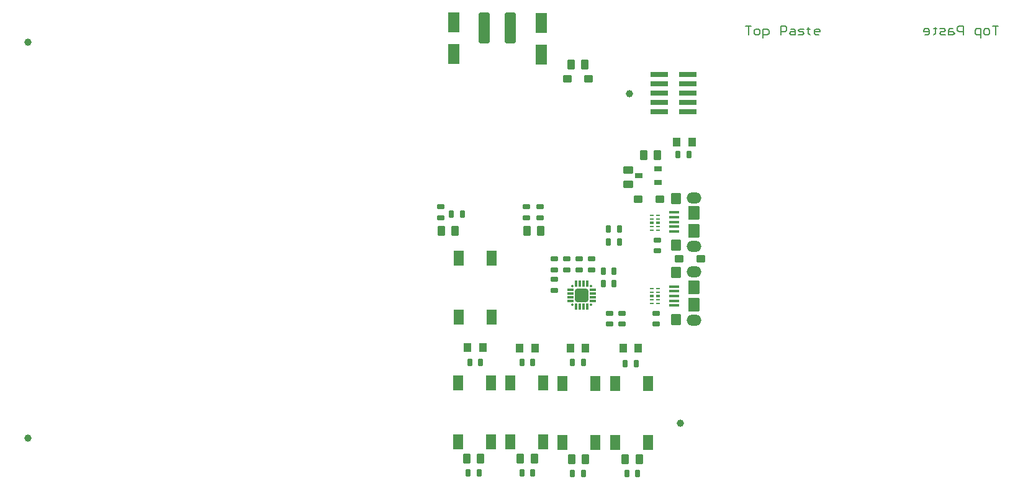
<source format=gtp>
G04*
G04 #@! TF.GenerationSoftware,Altium Limited,Altium Designer,24.3.1 (35)*
G04*
G04 Layer_Color=8421504*
%FSLAX44Y44*%
%MOMM*%
G71*
G04*
G04 #@! TF.SameCoordinates,D3561438-4DE8-4D87-AEC0-D3123FBB7C78*
G04*
G04*
G04 #@! TF.FilePolarity,Positive*
G04*
G01*
G75*
%ADD16C,0.1500*%
%ADD23O,2.0000X1.5000*%
%ADD24R,1.4500X2.0500*%
%ADD25R,1.1000X1.2000*%
G04:AMPARAMS|DCode=26|XSize=1mm|YSize=0.6mm|CornerRadius=0.075mm|HoleSize=0mm|Usage=FLASHONLY|Rotation=180.000|XOffset=0mm|YOffset=0mm|HoleType=Round|Shape=RoundedRectangle|*
%AMROUNDEDRECTD26*
21,1,1.0000,0.4500,0,0,180.0*
21,1,0.8500,0.6000,0,0,180.0*
1,1,0.1500,-0.4250,0.2250*
1,1,0.1500,0.4250,0.2250*
1,1,0.1500,0.4250,-0.2250*
1,1,0.1500,-0.4250,-0.2250*
%
%ADD26ROUNDEDRECTD26*%
G04:AMPARAMS|DCode=27|XSize=1.25mm|YSize=1mm|CornerRadius=0.125mm|HoleSize=0mm|Usage=FLASHONLY|Rotation=0.000|XOffset=0mm|YOffset=0mm|HoleType=Round|Shape=RoundedRectangle|*
%AMROUNDEDRECTD27*
21,1,1.2500,0.7500,0,0,0.0*
21,1,1.0000,1.0000,0,0,0.0*
1,1,0.2500,0.5000,-0.3750*
1,1,0.2500,-0.5000,-0.3750*
1,1,0.2500,-0.5000,0.3750*
1,1,0.2500,0.5000,0.3750*
%
%ADD27ROUNDEDRECTD27*%
G04:AMPARAMS|DCode=28|XSize=1mm|YSize=0.6mm|CornerRadius=0.075mm|HoleSize=0mm|Usage=FLASHONLY|Rotation=270.000|XOffset=0mm|YOffset=0mm|HoleType=Round|Shape=RoundedRectangle|*
%AMROUNDEDRECTD28*
21,1,1.0000,0.4500,0,0,270.0*
21,1,0.8500,0.6000,0,0,270.0*
1,1,0.1500,-0.2250,-0.4250*
1,1,0.1500,-0.2250,0.4250*
1,1,0.1500,0.2250,0.4250*
1,1,0.1500,0.2250,-0.4250*
%
%ADD28ROUNDEDRECTD28*%
G04:AMPARAMS|DCode=29|XSize=0.65mm|YSize=1.1mm|CornerRadius=0.0813mm|HoleSize=0mm|Usage=FLASHONLY|Rotation=270.000|XOffset=0mm|YOffset=0mm|HoleType=Round|Shape=RoundedRectangle|*
%AMROUNDEDRECTD29*
21,1,0.6500,0.9375,0,0,270.0*
21,1,0.4875,1.1000,0,0,270.0*
1,1,0.1625,-0.4688,-0.2438*
1,1,0.1625,-0.4688,0.2438*
1,1,0.1625,0.4688,0.2438*
1,1,0.1625,0.4688,-0.2438*
%
%ADD29ROUNDEDRECTD29*%
G04:AMPARAMS|DCode=30|XSize=1.4mm|YSize=0.95mm|CornerRadius=0.1188mm|HoleSize=0mm|Usage=FLASHONLY|Rotation=90.000|XOffset=0mm|YOffset=0mm|HoleType=Round|Shape=RoundedRectangle|*
%AMROUNDEDRECTD30*
21,1,1.4000,0.7125,0,0,90.0*
21,1,1.1625,0.9500,0,0,90.0*
1,1,0.2375,0.3563,0.5813*
1,1,0.2375,0.3563,-0.5813*
1,1,0.2375,-0.3563,-0.5813*
1,1,0.2375,-0.3563,0.5813*
%
%ADD30ROUNDEDRECTD30*%
G04:AMPARAMS|DCode=31|XSize=0.56mm|YSize=0.2mm|CornerRadius=0.05mm|HoleSize=0mm|Usage=FLASHONLY|Rotation=0.000|XOffset=0mm|YOffset=0mm|HoleType=Round|Shape=RoundedRectangle|*
%AMROUNDEDRECTD31*
21,1,0.5600,0.1000,0,0,0.0*
21,1,0.4600,0.2000,0,0,0.0*
1,1,0.1000,0.2300,-0.0500*
1,1,0.1000,-0.2300,-0.0500*
1,1,0.1000,-0.2300,0.0500*
1,1,0.1000,0.2300,0.0500*
%
%ADD31ROUNDEDRECTD31*%
G04:AMPARAMS|DCode=32|XSize=0.56mm|YSize=0.4mm|CornerRadius=0.1mm|HoleSize=0mm|Usage=FLASHONLY|Rotation=0.000|XOffset=0mm|YOffset=0mm|HoleType=Round|Shape=RoundedRectangle|*
%AMROUNDEDRECTD32*
21,1,0.5600,0.2000,0,0,0.0*
21,1,0.3600,0.4000,0,0,0.0*
1,1,0.2000,0.1800,-0.1000*
1,1,0.2000,-0.1800,-0.1000*
1,1,0.2000,-0.1800,0.1000*
1,1,0.2000,0.1800,0.1000*
%
%ADD32ROUNDEDRECTD32*%
G04:AMPARAMS|DCode=33|XSize=1.8mm|YSize=1.8mm|CornerRadius=0.225mm|HoleSize=0mm|Usage=FLASHONLY|Rotation=180.000|XOffset=0mm|YOffset=0mm|HoleType=Round|Shape=RoundedRectangle|*
%AMROUNDEDRECTD33*
21,1,1.8000,1.3500,0,0,180.0*
21,1,1.3500,1.8000,0,0,180.0*
1,1,0.4500,-0.6750,0.6750*
1,1,0.4500,0.6750,0.6750*
1,1,0.4500,0.6750,-0.6750*
1,1,0.4500,-0.6750,-0.6750*
%
%ADD33ROUNDEDRECTD33*%
G04:AMPARAMS|DCode=34|XSize=0.3mm|YSize=0.3mm|CornerRadius=0.0375mm|HoleSize=0mm|Usage=FLASHONLY|Rotation=180.000|XOffset=0mm|YOffset=0mm|HoleType=Round|Shape=RoundedRectangle|*
%AMROUNDEDRECTD34*
21,1,0.3000,0.2250,0,0,180.0*
21,1,0.2250,0.3000,0,0,180.0*
1,1,0.0750,-0.1125,0.1125*
1,1,0.0750,0.1125,0.1125*
1,1,0.0750,0.1125,-0.1125*
1,1,0.0750,-0.1125,-0.1125*
%
%ADD34ROUNDEDRECTD34*%
G04:AMPARAMS|DCode=35|XSize=0.9mm|YSize=0.3mm|CornerRadius=0.0375mm|HoleSize=0mm|Usage=FLASHONLY|Rotation=180.000|XOffset=0mm|YOffset=0mm|HoleType=Round|Shape=RoundedRectangle|*
%AMROUNDEDRECTD35*
21,1,0.9000,0.2250,0,0,180.0*
21,1,0.8250,0.3000,0,0,180.0*
1,1,0.0750,-0.4125,0.1125*
1,1,0.0750,0.4125,0.1125*
1,1,0.0750,0.4125,-0.1125*
1,1,0.0750,-0.4125,-0.1125*
%
%ADD35ROUNDEDRECTD35*%
G04:AMPARAMS|DCode=36|XSize=0.9mm|YSize=0.3mm|CornerRadius=0.0375mm|HoleSize=0mm|Usage=FLASHONLY|Rotation=270.000|XOffset=0mm|YOffset=0mm|HoleType=Round|Shape=RoundedRectangle|*
%AMROUNDEDRECTD36*
21,1,0.9000,0.2250,0,0,270.0*
21,1,0.8250,0.3000,0,0,270.0*
1,1,0.0750,-0.1125,-0.4125*
1,1,0.0750,-0.1125,0.4125*
1,1,0.0750,0.1125,0.4125*
1,1,0.0750,0.1125,-0.4125*
%
%ADD36ROUNDEDRECTD36*%
G04:AMPARAMS|DCode=37|XSize=0.3mm|YSize=0.3mm|CornerRadius=0.0375mm|HoleSize=0mm|Usage=FLASHONLY|Rotation=270.000|XOffset=0mm|YOffset=0mm|HoleType=Round|Shape=RoundedRectangle|*
%AMROUNDEDRECTD37*
21,1,0.3000,0.2250,0,0,270.0*
21,1,0.2250,0.3000,0,0,270.0*
1,1,0.0750,-0.1125,-0.1125*
1,1,0.0750,-0.1125,0.1125*
1,1,0.0750,0.1125,0.1125*
1,1,0.0750,0.1125,-0.1125*
%
%ADD37ROUNDEDRECTD37*%
G04:AMPARAMS|DCode=38|XSize=1.4mm|YSize=0.95mm|CornerRadius=0.1188mm|HoleSize=0mm|Usage=FLASHONLY|Rotation=180.000|XOffset=0mm|YOffset=0mm|HoleType=Round|Shape=RoundedRectangle|*
%AMROUNDEDRECTD38*
21,1,1.4000,0.7125,0,0,180.0*
21,1,1.1625,0.9500,0,0,180.0*
1,1,0.2375,-0.5813,0.3563*
1,1,0.2375,0.5813,0.3563*
1,1,0.2375,0.5813,-0.3563*
1,1,0.2375,-0.5813,-0.3563*
%
%ADD38ROUNDEDRECTD38*%
%ADD39R,1.6000X2.8000*%
G04:AMPARAMS|DCode=40|XSize=0.76mm|YSize=2.4mm|CornerRadius=0.095mm|HoleSize=0mm|Usage=FLASHONLY|Rotation=90.000|XOffset=0mm|YOffset=0mm|HoleType=Round|Shape=RoundedRectangle|*
%AMROUNDEDRECTD40*
21,1,0.7600,2.2100,0,0,90.0*
21,1,0.5700,2.4000,0,0,90.0*
1,1,0.1900,1.1050,0.2850*
1,1,0.1900,1.1050,-0.2850*
1,1,0.1900,-1.1050,-0.2850*
1,1,0.1900,-1.1050,0.2850*
%
%ADD40ROUNDEDRECTD40*%
G04:AMPARAMS|DCode=41|XSize=1.6mm|YSize=1.4mm|CornerRadius=0.175mm|HoleSize=0mm|Usage=FLASHONLY|Rotation=270.000|XOffset=0mm|YOffset=0mm|HoleType=Round|Shape=RoundedRectangle|*
%AMROUNDEDRECTD41*
21,1,1.6000,1.0500,0,0,270.0*
21,1,1.2500,1.4000,0,0,270.0*
1,1,0.3500,-0.5250,-0.6250*
1,1,0.3500,-0.5250,0.6250*
1,1,0.3500,0.5250,0.6250*
1,1,0.3500,0.5250,-0.6250*
%
%ADD41ROUNDEDRECTD41*%
G04:AMPARAMS|DCode=42|XSize=1.55mm|YSize=1.9mm|CornerRadius=0.1938mm|HoleSize=0mm|Usage=FLASHONLY|Rotation=180.000|XOffset=0mm|YOffset=0mm|HoleType=Round|Shape=RoundedRectangle|*
%AMROUNDEDRECTD42*
21,1,1.5500,1.5125,0,0,180.0*
21,1,1.1625,1.9000,0,0,180.0*
1,1,0.3875,-0.5813,0.7563*
1,1,0.3875,0.5813,0.7563*
1,1,0.3875,0.5813,-0.7563*
1,1,0.3875,-0.5813,-0.7563*
%
%ADD42ROUNDEDRECTD42*%
G04:AMPARAMS|DCode=43|XSize=0.4mm|YSize=1.35mm|CornerRadius=0.05mm|HoleSize=0mm|Usage=FLASHONLY|Rotation=270.000|XOffset=0mm|YOffset=0mm|HoleType=Round|Shape=RoundedRectangle|*
%AMROUNDEDRECTD43*
21,1,0.4000,1.2500,0,0,270.0*
21,1,0.3000,1.3500,0,0,270.0*
1,1,0.1000,-0.6250,-0.1500*
1,1,0.1000,-0.6250,0.1500*
1,1,0.1000,0.6250,0.1500*
1,1,0.1000,0.6250,-0.1500*
%
%ADD43ROUNDEDRECTD43*%
G04:AMPARAMS|DCode=44|XSize=4.2mm|YSize=1.5mm|CornerRadius=0.1875mm|HoleSize=0mm|Usage=FLASHONLY|Rotation=270.000|XOffset=0mm|YOffset=0mm|HoleType=Round|Shape=RoundedRectangle|*
%AMROUNDEDRECTD44*
21,1,4.2000,1.1250,0,0,270.0*
21,1,3.8250,1.5000,0,0,270.0*
1,1,0.3750,-0.5625,-1.9125*
1,1,0.3750,-0.5625,1.9125*
1,1,0.3750,0.5625,1.9125*
1,1,0.3750,0.5625,-1.9125*
%
%ADD44ROUNDEDRECTD44*%
%ADD45C,1.0000*%
G36*
X816500Y254000D02*
X824000D01*
Y246500D01*
X817602D01*
X816500Y247602D01*
Y254000D01*
D02*
G37*
G36*
X817483Y263500D02*
X824000D01*
Y256000D01*
X816500D01*
Y262517D01*
X817483Y263500D01*
D02*
G37*
G36*
X826000Y254000D02*
X833500D01*
Y247483D01*
X832517Y246500D01*
X826000D01*
Y254000D01*
D02*
G37*
G36*
Y263500D02*
X832636D01*
X833500Y262636D01*
Y256000D01*
X826000D01*
Y263500D01*
D02*
G37*
D16*
X1393500Y622496D02*
X1385502D01*
X1389501D01*
Y610500D01*
X1379504D02*
X1375506D01*
X1373506Y612500D01*
Y616498D01*
X1375506Y618498D01*
X1379504D01*
X1381504Y616498D01*
Y612500D01*
X1379504Y610500D01*
X1369508Y606502D02*
Y618498D01*
X1363510D01*
X1361510Y616498D01*
Y612500D01*
X1363510Y610500D01*
X1369508D01*
X1345515D02*
Y622496D01*
X1339517D01*
X1337518Y620497D01*
Y616498D01*
X1339517Y614499D01*
X1345515D01*
X1331520Y618498D02*
X1327521D01*
X1325522Y616498D01*
Y610500D01*
X1331520D01*
X1333519Y612500D01*
X1331520Y614499D01*
X1325522D01*
X1321523Y610500D02*
X1315525D01*
X1313526Y612500D01*
X1315525Y614499D01*
X1319524D01*
X1321523Y616498D01*
X1319524Y618498D01*
X1313526D01*
X1307528Y620497D02*
Y618498D01*
X1309527D01*
X1305528D01*
X1307528D01*
Y612500D01*
X1305528Y610500D01*
X1293532D02*
X1297531D01*
X1299530Y612500D01*
Y616498D01*
X1297531Y618498D01*
X1293532D01*
X1291533Y616498D01*
Y614499D01*
X1299530D01*
X1048500Y622246D02*
X1056497D01*
X1052498D01*
Y610250D01*
X1062495D02*
X1066494D01*
X1068493Y612249D01*
Y616248D01*
X1066494Y618248D01*
X1062495D01*
X1060496Y616248D01*
Y612249D01*
X1062495Y610250D01*
X1072492Y606251D02*
Y618248D01*
X1078490D01*
X1080490Y616248D01*
Y612249D01*
X1078490Y610250D01*
X1072492D01*
X1096484D02*
Y622246D01*
X1102482D01*
X1104482Y620247D01*
Y616248D01*
X1102482Y614249D01*
X1096484D01*
X1110480Y618248D02*
X1114479D01*
X1116478Y616248D01*
Y610250D01*
X1110480D01*
X1108480Y612249D01*
X1110480Y614249D01*
X1116478D01*
X1120477Y610250D02*
X1126475D01*
X1128474Y612249D01*
X1126475Y614249D01*
X1122476D01*
X1120477Y616248D01*
X1122476Y618248D01*
X1128474D01*
X1134472Y620247D02*
Y618248D01*
X1132473D01*
X1136471D01*
X1134472D01*
Y612249D01*
X1136471Y610250D01*
X1148467D02*
X1144469D01*
X1142469Y612249D01*
Y616248D01*
X1144469Y618248D01*
X1148467D01*
X1150467Y616248D01*
Y614249D01*
X1142469D01*
D23*
X978250Y388000D02*
D03*
Y322000D02*
D03*
Y287000D02*
D03*
Y221000D02*
D03*
D24*
X843500Y134250D02*
D03*
Y53750D02*
D03*
X798500D02*
D03*
Y134250D02*
D03*
X870500Y134250D02*
D03*
Y53750D02*
D03*
X915500D02*
D03*
Y134250D02*
D03*
X657500Y224750D02*
D03*
Y305250D02*
D03*
X702500D02*
D03*
Y224750D02*
D03*
X656500Y135250D02*
D03*
Y54750D02*
D03*
X701500D02*
D03*
Y135250D02*
D03*
X772500Y135250D02*
D03*
Y54750D02*
D03*
X727500D02*
D03*
Y135250D02*
D03*
D25*
X740500Y183000D02*
D03*
X761500D02*
D03*
X690500Y184000D02*
D03*
X669500D02*
D03*
X881500Y183000D02*
D03*
X902500D02*
D03*
X830500D02*
D03*
X809500D02*
D03*
X975500Y464000D02*
D03*
X954500D02*
D03*
D26*
X927000Y230500D02*
D03*
Y215500D02*
D03*
X788000Y289500D02*
D03*
Y304500D02*
D03*
X805000D02*
D03*
Y289500D02*
D03*
X633000Y360500D02*
D03*
Y375500D02*
D03*
X750000D02*
D03*
Y360500D02*
D03*
X822000Y304500D02*
D03*
Y289500D02*
D03*
X839000D02*
D03*
Y304500D02*
D03*
X880000Y230500D02*
D03*
Y215500D02*
D03*
X863000Y230500D02*
D03*
Y215500D02*
D03*
X768000Y375500D02*
D03*
Y360500D02*
D03*
X928000Y315500D02*
D03*
Y330500D02*
D03*
X788000Y276500D02*
D03*
Y261500D02*
D03*
D27*
X987750Y305000D02*
D03*
X958250D02*
D03*
X931750Y386000D02*
D03*
X902250D02*
D03*
X805250Y550000D02*
D03*
X834750D02*
D03*
D28*
X971500Y447000D02*
D03*
X956500D02*
D03*
X899500Y162000D02*
D03*
X884500D02*
D03*
X827500Y163000D02*
D03*
X812500D02*
D03*
X758500Y163000D02*
D03*
X743500D02*
D03*
X687500Y163000D02*
D03*
X672500D02*
D03*
X886500Y12000D02*
D03*
X901500D02*
D03*
X861500Y345000D02*
D03*
X876500D02*
D03*
X869500Y288000D02*
D03*
X854500D02*
D03*
Y271000D02*
D03*
X869500D02*
D03*
X670500Y13000D02*
D03*
X685500D02*
D03*
X758500Y13000D02*
D03*
X743500D02*
D03*
X812500Y12000D02*
D03*
X827500D02*
D03*
X647500Y366000D02*
D03*
X662500D02*
D03*
X861500Y328000D02*
D03*
X876500D02*
D03*
D29*
X903000Y418000D02*
D03*
X929000Y427500D02*
D03*
Y408500D02*
D03*
D30*
X633500Y343000D02*
D03*
X652500D02*
D03*
X829500Y570000D02*
D03*
X810500D02*
D03*
X909500Y446000D02*
D03*
X928500D02*
D03*
X750500Y343000D02*
D03*
X769500D02*
D03*
X741500Y32000D02*
D03*
X760500D02*
D03*
X830500Y31000D02*
D03*
X811500D02*
D03*
X903500Y31000D02*
D03*
X884500D02*
D03*
X687500Y32000D02*
D03*
X668500D02*
D03*
D31*
X929150Y264000D02*
D03*
Y259000D02*
D03*
Y249000D02*
D03*
Y244000D02*
D03*
X920850D02*
D03*
Y249000D02*
D03*
Y259000D02*
D03*
Y264000D02*
D03*
Y344000D02*
D03*
Y349000D02*
D03*
Y359000D02*
D03*
Y364000D02*
D03*
X929150D02*
D03*
Y359000D02*
D03*
Y349000D02*
D03*
Y344000D02*
D03*
D32*
Y254000D02*
D03*
X920850D02*
D03*
Y354000D02*
D03*
X929150D02*
D03*
D33*
X825000Y255000D02*
D03*
D34*
X837500Y242500D02*
D03*
Y267500D02*
D03*
X812500Y242500D02*
D03*
D35*
X840500Y247500D02*
D03*
Y252500D02*
D03*
Y257500D02*
D03*
Y262500D02*
D03*
X809500D02*
D03*
Y257500D02*
D03*
Y252500D02*
D03*
Y247500D02*
D03*
D36*
X832500Y270500D02*
D03*
X827500D02*
D03*
X822500D02*
D03*
X817500D02*
D03*
Y239500D02*
D03*
X822500D02*
D03*
X827500D02*
D03*
X832500D02*
D03*
D37*
X812500Y267500D02*
D03*
D38*
X889000Y406500D02*
D03*
Y425500D02*
D03*
D39*
X651000Y584500D02*
D03*
Y627500D02*
D03*
X770000Y626500D02*
D03*
Y583500D02*
D03*
D40*
X969500Y556450D02*
D03*
Y543750D02*
D03*
Y531050D02*
D03*
Y518350D02*
D03*
Y505650D02*
D03*
X930500Y556450D02*
D03*
Y543750D02*
D03*
Y531050D02*
D03*
Y518350D02*
D03*
Y505650D02*
D03*
D41*
X953750Y323000D02*
D03*
Y387000D02*
D03*
Y222000D02*
D03*
Y286000D02*
D03*
D42*
X978250Y367000D02*
D03*
Y343000D02*
D03*
Y266000D02*
D03*
Y242000D02*
D03*
D43*
X951500Y368000D02*
D03*
Y361500D02*
D03*
Y342000D02*
D03*
Y348500D02*
D03*
Y355000D02*
D03*
Y267000D02*
D03*
Y260500D02*
D03*
Y241000D02*
D03*
Y247500D02*
D03*
Y254000D02*
D03*
D44*
X728000Y620000D02*
D03*
X692000D02*
D03*
D45*
X70000Y60000D02*
D03*
X960000Y80000D02*
D03*
X70000Y600000D02*
D03*
X890000Y530000D02*
D03*
M02*

</source>
